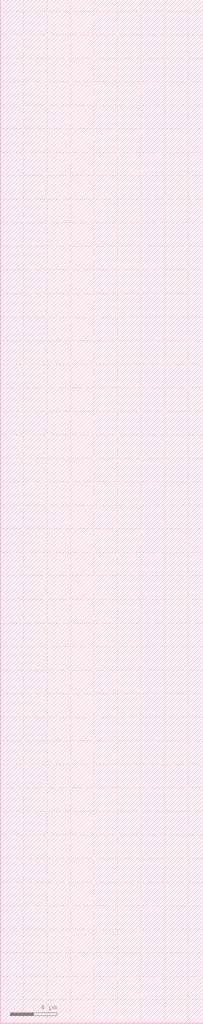
<source format=lef>
VERSION 5.8 ;
DIVIDERCHAR "/" ;
BUSBITCHARS "[]" ;

UNITS
  DISTANCE MICRONS 2000 ;
END UNITS

SITE CoreSite
  CLASS CORE ;
  SYMMETRY X Y ;
  SIZE 0.19 BY 1.26 ;
END CoreSite

MACRO sram_64x4_with_rw
  CLASS CORE ;
  ORIGIN 0 0 ;
  FOREIGN sram_64x4_with_rw 0 0 ;
  SIZE 6.08 BY 86.94 ;
  SYMMETRY X Y ;
  SITE CoreSite ;
END sram_64x4_with_rw

MACRO adder_tree_4bit_to_10bit
  CLASS CORE ;
  ORIGIN 0 0 ;
  FOREIGN adder_tree_4bit_to_10bit 0 0 ;
  SIZE 17.29 BY 86.94 ;
  SYMMETRY X Y ;
  SITE CoreSite ;
END adder_tree_4bit_to_10bit

MACRO accumulator_10bit_to_14bit
  CLASS CORE ;
  ORIGIN 0 0 ;
  FOREIGN accumulator_10bit_to_14bit 0 0 ;
  SIZE 23.37 BY 17.64 ;
  SYMMETRY X Y ;
  SITE CoreSite ;
END accumulator_10bit_to_14bit

MACRO decoder_6_to_64
  CLASS CORE ;
  ORIGIN 0 0 ;
  FOREIGN decoder_6_to_64 0 0 ;
  SIZE 6.2700000000000005 BY 80.64 ;
  SYMMETRY X Y ;
  SITE CoreSite ;
END decoder_6_to_64

MACRO driver_64x64
  CLASS CORE ;
  ORIGIN 0 0 ;
  FOREIGN driver_64x64 0 0 ;
  SIZE 1.9 BY 80.64 ;
  SYMMETRY X Y ;
  SITE CoreSite ;
END driver_64x64

MACRO driver_b_64x64
  CLASS CORE ;
  ORIGIN 0 0 ;
  FOREIGN driver_b_64x64 0 0 ;
  SIZE 2.47 BY 80.64 ;
  SYMMETRY X Y ;
  SITE CoreSite ;
END driver_b_64x64

MACRO control_for_4bit_input
  CLASS CORE ;
  ORIGIN 0 0 ;
  FOREIGN control_for_4bit_input 0 0 ;
  SIZE 10.64 BY 23.94 ;
  SYMMETRY X Y ;
  SITE CoreSite ;
END control_for_4bit_input

END LIBRARY

</source>
